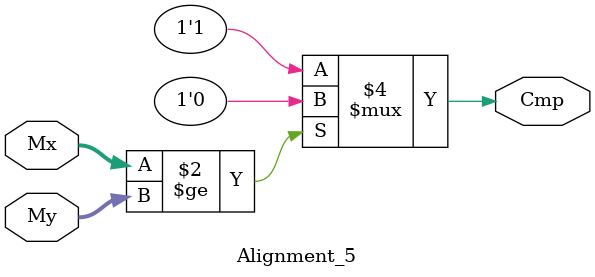
<source format=v>
module Alignment_5 (Mx , My , Cmp);
input [22:0]Mx , My;
output reg Cmp;
always@(*)
begin
    if(Mx>=My)				//Compare Block
			begin
				Cmp = 1'b0;		
			end
		else
			begin
				Cmp = 1'b1;
			end
end
endmodule
</source>
